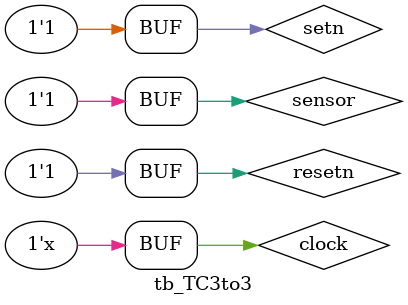
<source format=v>
`timescale 10ps/1ps

module tb_TC3to3;
	reg setn, resetn;
	reg clock, sensor;
	wire NS_G, NS_Y, NS_R, EW_G, EW_Y, EW_R;
	wire [3:0] Q; // counter Q

	tc_mealy_TC3to3 TC(Q, NS_G, NS_Y, NS_R, EW_G, EW_Y, EW_R, setn, resetn, clock ,sensor); // TC

	initial
	begin 
		sensor <= 1; 
		clock <= 0;
		setn <= 0; 
		resetn <= 1;

		#1 setn <= 1;
		#18 sensor <= 0; // sensor
		#30 sensor <= 1; 
	end

	always
		#1 clock = ~clock;
endmodule



</source>
